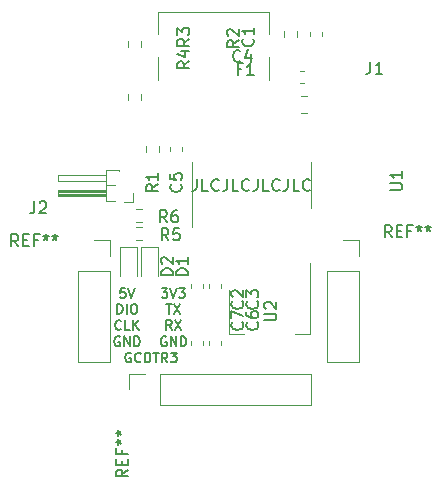
<source format=gbr>
%TF.GenerationSoftware,KiCad,Pcbnew,(5.1.9-0-10_14)*%
%TF.CreationDate,2021-02-02T14:33:23+08:00*%
%TF.ProjectId,WCH_Link,5743485f-4c69-46e6-9b2e-6b696361645f,rev?*%
%TF.SameCoordinates,Original*%
%TF.FileFunction,Legend,Top*%
%TF.FilePolarity,Positive*%
%FSLAX46Y46*%
G04 Gerber Fmt 4.6, Leading zero omitted, Abs format (unit mm)*
G04 Created by KiCad (PCBNEW (5.1.9-0-10_14)) date 2021-02-02 14:33:23*
%MOMM*%
%LPD*%
G01*
G04 APERTURE LIST*
%ADD10C,0.150000*%
%ADD11C,0.120000*%
G04 APERTURE END LIST*
D10*
X123396952Y-51014380D02*
X123396952Y-51728666D01*
X123349333Y-51871523D01*
X123254095Y-51966761D01*
X123111238Y-52014380D01*
X123016000Y-52014380D01*
X124349333Y-52014380D02*
X123873142Y-52014380D01*
X123873142Y-51014380D01*
X125254095Y-51919142D02*
X125206476Y-51966761D01*
X125063619Y-52014380D01*
X124968380Y-52014380D01*
X124825523Y-51966761D01*
X124730285Y-51871523D01*
X124682666Y-51776285D01*
X124635047Y-51585809D01*
X124635047Y-51442952D01*
X124682666Y-51252476D01*
X124730285Y-51157238D01*
X124825523Y-51062000D01*
X124968380Y-51014380D01*
X125063619Y-51014380D01*
X125206476Y-51062000D01*
X125254095Y-51109619D01*
X125968380Y-51014380D02*
X125968380Y-51728666D01*
X125920761Y-51871523D01*
X125825523Y-51966761D01*
X125682666Y-52014380D01*
X125587428Y-52014380D01*
X126920761Y-52014380D02*
X126444571Y-52014380D01*
X126444571Y-51014380D01*
X127825523Y-51919142D02*
X127777904Y-51966761D01*
X127635047Y-52014380D01*
X127539809Y-52014380D01*
X127396952Y-51966761D01*
X127301714Y-51871523D01*
X127254095Y-51776285D01*
X127206476Y-51585809D01*
X127206476Y-51442952D01*
X127254095Y-51252476D01*
X127301714Y-51157238D01*
X127396952Y-51062000D01*
X127539809Y-51014380D01*
X127635047Y-51014380D01*
X127777904Y-51062000D01*
X127825523Y-51109619D01*
X128539809Y-51014380D02*
X128539809Y-51728666D01*
X128492190Y-51871523D01*
X128396952Y-51966761D01*
X128254095Y-52014380D01*
X128158857Y-52014380D01*
X129492190Y-52014380D02*
X129016000Y-52014380D01*
X129016000Y-51014380D01*
X130396952Y-51919142D02*
X130349333Y-51966761D01*
X130206476Y-52014380D01*
X130111238Y-52014380D01*
X129968380Y-51966761D01*
X129873142Y-51871523D01*
X129825523Y-51776285D01*
X129777904Y-51585809D01*
X129777904Y-51442952D01*
X129825523Y-51252476D01*
X129873142Y-51157238D01*
X129968380Y-51062000D01*
X130111238Y-51014380D01*
X130206476Y-51014380D01*
X130349333Y-51062000D01*
X130396952Y-51109619D01*
X131111238Y-51014380D02*
X131111238Y-51728666D01*
X131063619Y-51871523D01*
X130968380Y-51966761D01*
X130825523Y-52014380D01*
X130730285Y-52014380D01*
X132063619Y-52014380D02*
X131587428Y-52014380D01*
X131587428Y-51014380D01*
X132968380Y-51919142D02*
X132920761Y-51966761D01*
X132777904Y-52014380D01*
X132682666Y-52014380D01*
X132539809Y-51966761D01*
X132444571Y-51871523D01*
X132396952Y-51776285D01*
X132349333Y-51585809D01*
X132349333Y-51442952D01*
X132396952Y-51252476D01*
X132444571Y-51157238D01*
X132539809Y-51062000D01*
X132682666Y-51014380D01*
X132777904Y-51014380D01*
X132920761Y-51062000D01*
X132968380Y-51109619D01*
X117803990Y-65760600D02*
X117726580Y-65721895D01*
X117610466Y-65721895D01*
X117494352Y-65760600D01*
X117416942Y-65838009D01*
X117378238Y-65915419D01*
X117339533Y-66070238D01*
X117339533Y-66186352D01*
X117378238Y-66341171D01*
X117416942Y-66418580D01*
X117494352Y-66495990D01*
X117610466Y-66534695D01*
X117687876Y-66534695D01*
X117803990Y-66495990D01*
X117842695Y-66457285D01*
X117842695Y-66186352D01*
X117687876Y-66186352D01*
X118655495Y-66457285D02*
X118616790Y-66495990D01*
X118500676Y-66534695D01*
X118423266Y-66534695D01*
X118307152Y-66495990D01*
X118229742Y-66418580D01*
X118191038Y-66341171D01*
X118152333Y-66186352D01*
X118152333Y-66070238D01*
X118191038Y-65915419D01*
X118229742Y-65838009D01*
X118307152Y-65760600D01*
X118423266Y-65721895D01*
X118500676Y-65721895D01*
X118616790Y-65760600D01*
X118655495Y-65799304D01*
X119003838Y-66534695D02*
X119003838Y-65721895D01*
X119197361Y-65721895D01*
X119313476Y-65760600D01*
X119390885Y-65838009D01*
X119429590Y-65915419D01*
X119468295Y-66070238D01*
X119468295Y-66186352D01*
X119429590Y-66341171D01*
X119390885Y-66418580D01*
X119313476Y-66495990D01*
X119197361Y-66534695D01*
X119003838Y-66534695D01*
X119700523Y-65721895D02*
X120164980Y-65721895D01*
X119932752Y-66534695D02*
X119932752Y-65721895D01*
X120900371Y-66534695D02*
X120629438Y-66147647D01*
X120435914Y-66534695D02*
X120435914Y-65721895D01*
X120745552Y-65721895D01*
X120822961Y-65760600D01*
X120861666Y-65799304D01*
X120900371Y-65876714D01*
X120900371Y-65992828D01*
X120861666Y-66070238D01*
X120822961Y-66108942D01*
X120745552Y-66147647D01*
X120435914Y-66147647D01*
X121171304Y-65721895D02*
X121674466Y-65721895D01*
X121403533Y-66031533D01*
X121519647Y-66031533D01*
X121597057Y-66070238D01*
X121635761Y-66108942D01*
X121674466Y-66186352D01*
X121674466Y-66379876D01*
X121635761Y-66457285D01*
X121597057Y-66495990D01*
X121519647Y-66534695D01*
X121287419Y-66534695D01*
X121210009Y-66495990D01*
X121171304Y-66457285D01*
X120405676Y-60239095D02*
X120908838Y-60239095D01*
X120637904Y-60548733D01*
X120754019Y-60548733D01*
X120831428Y-60587438D01*
X120870133Y-60626142D01*
X120908838Y-60703552D01*
X120908838Y-60897076D01*
X120870133Y-60974485D01*
X120831428Y-61013190D01*
X120754019Y-61051895D01*
X120521790Y-61051895D01*
X120444380Y-61013190D01*
X120405676Y-60974485D01*
X121141066Y-60239095D02*
X121412000Y-61051895D01*
X121682933Y-60239095D01*
X121876457Y-60239095D02*
X122379619Y-60239095D01*
X122108685Y-60548733D01*
X122224800Y-60548733D01*
X122302209Y-60587438D01*
X122340914Y-60626142D01*
X122379619Y-60703552D01*
X122379619Y-60897076D01*
X122340914Y-60974485D01*
X122302209Y-61013190D01*
X122224800Y-61051895D01*
X121992571Y-61051895D01*
X121915161Y-61013190D01*
X121876457Y-60974485D01*
X120792723Y-61608295D02*
X121257180Y-61608295D01*
X121024952Y-62421095D02*
X121024952Y-61608295D01*
X121450704Y-61608295D02*
X121992571Y-62421095D01*
X121992571Y-61608295D02*
X121450704Y-62421095D01*
X121276533Y-63790295D02*
X121005600Y-63403247D01*
X120812076Y-63790295D02*
X120812076Y-62977495D01*
X121121714Y-62977495D01*
X121199123Y-63016200D01*
X121237828Y-63054904D01*
X121276533Y-63132314D01*
X121276533Y-63248428D01*
X121237828Y-63325838D01*
X121199123Y-63364542D01*
X121121714Y-63403247D01*
X120812076Y-63403247D01*
X121547466Y-62977495D02*
X122089333Y-63790295D01*
X122089333Y-62977495D02*
X121547466Y-63790295D01*
X120792723Y-64385400D02*
X120715314Y-64346695D01*
X120599200Y-64346695D01*
X120483085Y-64385400D01*
X120405676Y-64462809D01*
X120366971Y-64540219D01*
X120328266Y-64695038D01*
X120328266Y-64811152D01*
X120366971Y-64965971D01*
X120405676Y-65043380D01*
X120483085Y-65120790D01*
X120599200Y-65159495D01*
X120676609Y-65159495D01*
X120792723Y-65120790D01*
X120831428Y-65082085D01*
X120831428Y-64811152D01*
X120676609Y-64811152D01*
X121179771Y-65159495D02*
X121179771Y-64346695D01*
X121644228Y-65159495D01*
X121644228Y-64346695D01*
X122031276Y-65159495D02*
X122031276Y-64346695D01*
X122224800Y-64346695D01*
X122340914Y-64385400D01*
X122418323Y-64462809D01*
X122457028Y-64540219D01*
X122495733Y-64695038D01*
X122495733Y-64811152D01*
X122457028Y-64965971D01*
X122418323Y-65043380D01*
X122340914Y-65120790D01*
X122224800Y-65159495D01*
X122031276Y-65159495D01*
X117320180Y-60239095D02*
X116933133Y-60239095D01*
X116894428Y-60626142D01*
X116933133Y-60587438D01*
X117010542Y-60548733D01*
X117204066Y-60548733D01*
X117281476Y-60587438D01*
X117320180Y-60626142D01*
X117358885Y-60703552D01*
X117358885Y-60897076D01*
X117320180Y-60974485D01*
X117281476Y-61013190D01*
X117204066Y-61051895D01*
X117010542Y-61051895D01*
X116933133Y-61013190D01*
X116894428Y-60974485D01*
X117591114Y-60239095D02*
X117862047Y-61051895D01*
X118132980Y-60239095D01*
X116642847Y-62421095D02*
X116642847Y-61608295D01*
X116836371Y-61608295D01*
X116952485Y-61647000D01*
X117029895Y-61724409D01*
X117068600Y-61801819D01*
X117107304Y-61956638D01*
X117107304Y-62072752D01*
X117068600Y-62227571D01*
X117029895Y-62304980D01*
X116952485Y-62382390D01*
X116836371Y-62421095D01*
X116642847Y-62421095D01*
X117455647Y-62421095D02*
X117455647Y-61608295D01*
X117997514Y-61608295D02*
X118152333Y-61608295D01*
X118229742Y-61647000D01*
X118307152Y-61724409D01*
X118345857Y-61879228D01*
X118345857Y-62150161D01*
X118307152Y-62304980D01*
X118229742Y-62382390D01*
X118152333Y-62421095D01*
X117997514Y-62421095D01*
X117920104Y-62382390D01*
X117842695Y-62304980D01*
X117803990Y-62150161D01*
X117803990Y-61879228D01*
X117842695Y-61724409D01*
X117920104Y-61647000D01*
X117997514Y-61608295D01*
X116991190Y-63712885D02*
X116952485Y-63751590D01*
X116836371Y-63790295D01*
X116758961Y-63790295D01*
X116642847Y-63751590D01*
X116565438Y-63674180D01*
X116526733Y-63596771D01*
X116488028Y-63441952D01*
X116488028Y-63325838D01*
X116526733Y-63171019D01*
X116565438Y-63093609D01*
X116642847Y-63016200D01*
X116758961Y-62977495D01*
X116836371Y-62977495D01*
X116952485Y-63016200D01*
X116991190Y-63054904D01*
X117726580Y-63790295D02*
X117339533Y-63790295D01*
X117339533Y-62977495D01*
X117997514Y-63790295D02*
X117997514Y-62977495D01*
X118461971Y-63790295D02*
X118113628Y-63325838D01*
X118461971Y-62977495D02*
X117997514Y-63441952D01*
X116855723Y-64385400D02*
X116778314Y-64346695D01*
X116662200Y-64346695D01*
X116546085Y-64385400D01*
X116468676Y-64462809D01*
X116429971Y-64540219D01*
X116391266Y-64695038D01*
X116391266Y-64811152D01*
X116429971Y-64965971D01*
X116468676Y-65043380D01*
X116546085Y-65120790D01*
X116662200Y-65159495D01*
X116739609Y-65159495D01*
X116855723Y-65120790D01*
X116894428Y-65082085D01*
X116894428Y-64811152D01*
X116739609Y-64811152D01*
X117242771Y-65159495D02*
X117242771Y-64346695D01*
X117707228Y-65159495D01*
X117707228Y-64346695D01*
X118094276Y-65159495D02*
X118094276Y-64346695D01*
X118287800Y-64346695D01*
X118403914Y-64385400D01*
X118481323Y-64462809D01*
X118520028Y-64540219D01*
X118558733Y-64695038D01*
X118558733Y-64811152D01*
X118520028Y-64965971D01*
X118481323Y-65043380D01*
X118403914Y-65120790D01*
X118287800Y-65159495D01*
X118094276Y-65159495D01*
D11*
%TO.C,REF\u002A\u002A*%
X120269000Y-70164000D02*
X120269000Y-67504000D01*
X120269000Y-70164000D02*
X133029000Y-70164000D01*
X133029000Y-70164000D02*
X133029000Y-67504000D01*
X120269000Y-67504000D02*
X133029000Y-67504000D01*
X117669000Y-67504000D02*
X118999000Y-67504000D01*
X117669000Y-68834000D02*
X117669000Y-67504000D01*
X113351000Y-58801000D02*
X116011000Y-58801000D01*
X113351000Y-58801000D02*
X113351000Y-66481000D01*
X113351000Y-66481000D02*
X116011000Y-66481000D01*
X116011000Y-58801000D02*
X116011000Y-66481000D01*
X116011000Y-56201000D02*
X116011000Y-57531000D01*
X114681000Y-56201000D02*
X116011000Y-56201000D01*
X134433000Y-58801000D02*
X137093000Y-58801000D01*
X134433000Y-58801000D02*
X134433000Y-66481000D01*
X134433000Y-66481000D02*
X137093000Y-66481000D01*
X137093000Y-58801000D02*
X137093000Y-66481000D01*
X137093000Y-56201000D02*
X137093000Y-57531000D01*
X135763000Y-56201000D02*
X137093000Y-56201000D01*
%TO.C,U2*%
X126130000Y-64140000D02*
X127390000Y-64140000D01*
X132950000Y-64140000D02*
X131690000Y-64140000D01*
X126130000Y-60380000D02*
X126130000Y-64140000D01*
X132950000Y-58130000D02*
X132950000Y-64140000D01*
%TO.C,U1*%
X133076000Y-51562000D02*
X133076000Y-49612000D01*
X133076000Y-51562000D02*
X133076000Y-53512000D01*
X122956000Y-51562000D02*
X122956000Y-49612000D01*
X122956000Y-51562000D02*
X122956000Y-55062000D01*
%TO.C,R6*%
X118236276Y-53579500D02*
X118745724Y-53579500D01*
X118236276Y-54624500D02*
X118745724Y-54624500D01*
%TO.C,R5*%
X118236276Y-55103500D02*
X118745724Y-55103500D01*
X118236276Y-56148500D02*
X118745724Y-56148500D01*
%TO.C,R4*%
X117587500Y-44323724D02*
X117587500Y-43814276D01*
X118632500Y-44323724D02*
X118632500Y-43814276D01*
%TO.C,R3*%
X118632500Y-39369276D02*
X118632500Y-39878724D01*
X117587500Y-39369276D02*
X117587500Y-39878724D01*
%TO.C,R2*%
X131840500Y-38480276D02*
X131840500Y-38989724D01*
X130795500Y-38480276D02*
X130795500Y-38989724D01*
%TO.C,R1*%
X120156500Y-48259276D02*
X120156500Y-48768724D01*
X119111500Y-48259276D02*
X119111500Y-48768724D01*
%TO.C,J2*%
X116461000Y-52892000D02*
X115661000Y-52892000D01*
X115661000Y-52892000D02*
X115661000Y-50232000D01*
X115661000Y-50232000D02*
X116781000Y-50232000D01*
X116781000Y-50232000D02*
X116781000Y-50307323D01*
X115661000Y-52457000D02*
X111661000Y-52457000D01*
X111661000Y-52457000D02*
X111661000Y-51937000D01*
X111661000Y-51937000D02*
X115661000Y-51937000D01*
X115661000Y-52397000D02*
X111661000Y-52397000D01*
X115661000Y-52277000D02*
X111661000Y-52277000D01*
X115661000Y-52157000D02*
X111661000Y-52157000D01*
X115661000Y-52037000D02*
X111661000Y-52037000D01*
X116461000Y-51562000D02*
X115661000Y-51562000D01*
X115661000Y-51187000D02*
X111661000Y-51187000D01*
X111661000Y-51187000D02*
X111661000Y-50667000D01*
X111661000Y-50667000D02*
X115661000Y-50667000D01*
X117981000Y-52197000D02*
X117981000Y-52957000D01*
X117981000Y-52957000D02*
X117221000Y-52957000D01*
%TO.C,J1*%
X129541000Y-38767000D02*
X129541000Y-36867000D01*
X129541000Y-42667000D02*
X129541000Y-40667000D01*
X120141000Y-38767000D02*
X120141000Y-36867000D01*
X120141000Y-42667000D02*
X120141000Y-40667000D01*
X129541000Y-36867000D02*
X120141000Y-36867000D01*
%TO.C,F1*%
X132722252Y-45414000D02*
X132199748Y-45414000D01*
X132722252Y-43994000D02*
X132199748Y-43994000D01*
%TO.C,D2*%
X118337000Y-59220000D02*
X118337000Y-56760000D01*
X118337000Y-56760000D02*
X116867000Y-56760000D01*
X116867000Y-56760000D02*
X116867000Y-59220000D01*
%TO.C,D1*%
X120115000Y-59220000D02*
X120115000Y-56760000D01*
X120115000Y-56760000D02*
X118645000Y-56760000D01*
X118645000Y-56760000D02*
X118645000Y-59220000D01*
%TO.C,C7*%
X123954000Y-64725733D02*
X123954000Y-65068267D01*
X122934000Y-64725733D02*
X122934000Y-65068267D01*
%TO.C,C6*%
X125478000Y-64725733D02*
X125478000Y-65068267D01*
X124458000Y-64725733D02*
X124458000Y-65068267D01*
%TO.C,C5*%
X121156000Y-48685267D02*
X121156000Y-48342733D01*
X122176000Y-48685267D02*
X122176000Y-48342733D01*
%TO.C,C4*%
X132505267Y-42928000D02*
X132162733Y-42928000D01*
X132505267Y-41908000D02*
X132162733Y-41908000D01*
%TO.C,C3*%
X125478000Y-59913733D02*
X125478000Y-60256267D01*
X124458000Y-59913733D02*
X124458000Y-60256267D01*
%TO.C,C2*%
X123954000Y-59899733D02*
X123954000Y-60242267D01*
X122934000Y-59899733D02*
X122934000Y-60242267D01*
%TO.C,C1*%
X133987000Y-38563733D02*
X133987000Y-38906267D01*
X132967000Y-38563733D02*
X132967000Y-38906267D01*
%TO.C,REF\u002A\u002A*%
D10*
X117546380Y-75628333D02*
X117070190Y-75961666D01*
X117546380Y-76199761D02*
X116546380Y-76199761D01*
X116546380Y-75818809D01*
X116594000Y-75723571D01*
X116641619Y-75675952D01*
X116736857Y-75628333D01*
X116879714Y-75628333D01*
X116974952Y-75675952D01*
X117022571Y-75723571D01*
X117070190Y-75818809D01*
X117070190Y-76199761D01*
X117022571Y-75199761D02*
X117022571Y-74866428D01*
X117546380Y-74723571D02*
X117546380Y-75199761D01*
X116546380Y-75199761D01*
X116546380Y-74723571D01*
X117022571Y-73961666D02*
X117022571Y-74295000D01*
X117546380Y-74295000D02*
X116546380Y-74295000D01*
X116546380Y-73818809D01*
X116546380Y-73295000D02*
X116784476Y-73295000D01*
X116689238Y-73533095D02*
X116784476Y-73295000D01*
X116689238Y-73056904D01*
X116974952Y-73437857D02*
X116784476Y-73295000D01*
X116974952Y-73152142D01*
X116546380Y-72533095D02*
X116784476Y-72533095D01*
X116689238Y-72771190D02*
X116784476Y-72533095D01*
X116689238Y-72295000D01*
X116974952Y-72675952D02*
X116784476Y-72533095D01*
X116974952Y-72390238D01*
X108267666Y-56713380D02*
X107934333Y-56237190D01*
X107696238Y-56713380D02*
X107696238Y-55713380D01*
X108077190Y-55713380D01*
X108172428Y-55761000D01*
X108220047Y-55808619D01*
X108267666Y-55903857D01*
X108267666Y-56046714D01*
X108220047Y-56141952D01*
X108172428Y-56189571D01*
X108077190Y-56237190D01*
X107696238Y-56237190D01*
X108696238Y-56189571D02*
X109029571Y-56189571D01*
X109172428Y-56713380D02*
X108696238Y-56713380D01*
X108696238Y-55713380D01*
X109172428Y-55713380D01*
X109934333Y-56189571D02*
X109601000Y-56189571D01*
X109601000Y-56713380D02*
X109601000Y-55713380D01*
X110077190Y-55713380D01*
X110601000Y-55713380D02*
X110601000Y-55951476D01*
X110362904Y-55856238D02*
X110601000Y-55951476D01*
X110839095Y-55856238D01*
X110458142Y-56141952D02*
X110601000Y-55951476D01*
X110743857Y-56141952D01*
X111362904Y-55713380D02*
X111362904Y-55951476D01*
X111124809Y-55856238D02*
X111362904Y-55951476D01*
X111601000Y-55856238D01*
X111220047Y-56141952D02*
X111362904Y-55951476D01*
X111505761Y-56141952D01*
X139890666Y-55951380D02*
X139557333Y-55475190D01*
X139319238Y-55951380D02*
X139319238Y-54951380D01*
X139700190Y-54951380D01*
X139795428Y-54999000D01*
X139843047Y-55046619D01*
X139890666Y-55141857D01*
X139890666Y-55284714D01*
X139843047Y-55379952D01*
X139795428Y-55427571D01*
X139700190Y-55475190D01*
X139319238Y-55475190D01*
X140319238Y-55427571D02*
X140652571Y-55427571D01*
X140795428Y-55951380D02*
X140319238Y-55951380D01*
X140319238Y-54951380D01*
X140795428Y-54951380D01*
X141557333Y-55427571D02*
X141224000Y-55427571D01*
X141224000Y-55951380D02*
X141224000Y-54951380D01*
X141700190Y-54951380D01*
X142224000Y-54951380D02*
X142224000Y-55189476D01*
X141985904Y-55094238D02*
X142224000Y-55189476D01*
X142462095Y-55094238D01*
X142081142Y-55379952D02*
X142224000Y-55189476D01*
X142366857Y-55379952D01*
X142985904Y-54951380D02*
X142985904Y-55189476D01*
X142747809Y-55094238D02*
X142985904Y-55189476D01*
X143224000Y-55094238D01*
X142843047Y-55379952D02*
X142985904Y-55189476D01*
X143128761Y-55379952D01*
%TO.C,U2*%
X129119380Y-62991904D02*
X129928904Y-62991904D01*
X130024142Y-62944285D01*
X130071761Y-62896666D01*
X130119380Y-62801428D01*
X130119380Y-62610952D01*
X130071761Y-62515714D01*
X130024142Y-62468095D01*
X129928904Y-62420476D01*
X129119380Y-62420476D01*
X129214619Y-61991904D02*
X129167000Y-61944285D01*
X129119380Y-61849047D01*
X129119380Y-61610952D01*
X129167000Y-61515714D01*
X129214619Y-61468095D01*
X129309857Y-61420476D01*
X129405095Y-61420476D01*
X129547952Y-61468095D01*
X130119380Y-62039523D01*
X130119380Y-61420476D01*
%TO.C,U1*%
X139787380Y-51942904D02*
X140596904Y-51942904D01*
X140692142Y-51895285D01*
X140739761Y-51847666D01*
X140787380Y-51752428D01*
X140787380Y-51561952D01*
X140739761Y-51466714D01*
X140692142Y-51419095D01*
X140596904Y-51371476D01*
X139787380Y-51371476D01*
X140787380Y-50371476D02*
X140787380Y-50942904D01*
X140787380Y-50657190D02*
X139787380Y-50657190D01*
X139930238Y-50752428D01*
X140025476Y-50847666D01*
X140073095Y-50942904D01*
%TO.C,R6*%
X120864333Y-54681380D02*
X120531000Y-54205190D01*
X120292904Y-54681380D02*
X120292904Y-53681380D01*
X120673857Y-53681380D01*
X120769095Y-53729000D01*
X120816714Y-53776619D01*
X120864333Y-53871857D01*
X120864333Y-54014714D01*
X120816714Y-54109952D01*
X120769095Y-54157571D01*
X120673857Y-54205190D01*
X120292904Y-54205190D01*
X121721476Y-53681380D02*
X121531000Y-53681380D01*
X121435761Y-53729000D01*
X121388142Y-53776619D01*
X121292904Y-53919476D01*
X121245285Y-54109952D01*
X121245285Y-54490904D01*
X121292904Y-54586142D01*
X121340523Y-54633761D01*
X121435761Y-54681380D01*
X121626238Y-54681380D01*
X121721476Y-54633761D01*
X121769095Y-54586142D01*
X121816714Y-54490904D01*
X121816714Y-54252809D01*
X121769095Y-54157571D01*
X121721476Y-54109952D01*
X121626238Y-54062333D01*
X121435761Y-54062333D01*
X121340523Y-54109952D01*
X121292904Y-54157571D01*
X121245285Y-54252809D01*
%TO.C,R5*%
X120991333Y-56205380D02*
X120658000Y-55729190D01*
X120419904Y-56205380D02*
X120419904Y-55205380D01*
X120800857Y-55205380D01*
X120896095Y-55253000D01*
X120943714Y-55300619D01*
X120991333Y-55395857D01*
X120991333Y-55538714D01*
X120943714Y-55633952D01*
X120896095Y-55681571D01*
X120800857Y-55729190D01*
X120419904Y-55729190D01*
X121896095Y-55205380D02*
X121419904Y-55205380D01*
X121372285Y-55681571D01*
X121419904Y-55633952D01*
X121515142Y-55586333D01*
X121753238Y-55586333D01*
X121848476Y-55633952D01*
X121896095Y-55681571D01*
X121943714Y-55776809D01*
X121943714Y-56014904D01*
X121896095Y-56110142D01*
X121848476Y-56157761D01*
X121753238Y-56205380D01*
X121515142Y-56205380D01*
X121419904Y-56157761D01*
X121372285Y-56110142D01*
%TO.C,R4*%
X122753380Y-41060666D02*
X122277190Y-41394000D01*
X122753380Y-41632095D02*
X121753380Y-41632095D01*
X121753380Y-41251142D01*
X121801000Y-41155904D01*
X121848619Y-41108285D01*
X121943857Y-41060666D01*
X122086714Y-41060666D01*
X122181952Y-41108285D01*
X122229571Y-41155904D01*
X122277190Y-41251142D01*
X122277190Y-41632095D01*
X122086714Y-40203523D02*
X122753380Y-40203523D01*
X121705761Y-40441619D02*
X122420047Y-40679714D01*
X122420047Y-40060666D01*
%TO.C,R3*%
X122753380Y-39155666D02*
X122277190Y-39489000D01*
X122753380Y-39727095D02*
X121753380Y-39727095D01*
X121753380Y-39346142D01*
X121801000Y-39250904D01*
X121848619Y-39203285D01*
X121943857Y-39155666D01*
X122086714Y-39155666D01*
X122181952Y-39203285D01*
X122229571Y-39250904D01*
X122277190Y-39346142D01*
X122277190Y-39727095D01*
X121753380Y-38822333D02*
X121753380Y-38203285D01*
X122134333Y-38536619D01*
X122134333Y-38393761D01*
X122181952Y-38298523D01*
X122229571Y-38250904D01*
X122324809Y-38203285D01*
X122562904Y-38203285D01*
X122658142Y-38250904D01*
X122705761Y-38298523D01*
X122753380Y-38393761D01*
X122753380Y-38679476D01*
X122705761Y-38774714D01*
X122658142Y-38822333D01*
%TO.C,R2*%
X126944380Y-39282666D02*
X126468190Y-39616000D01*
X126944380Y-39854095D02*
X125944380Y-39854095D01*
X125944380Y-39473142D01*
X125992000Y-39377904D01*
X126039619Y-39330285D01*
X126134857Y-39282666D01*
X126277714Y-39282666D01*
X126372952Y-39330285D01*
X126420571Y-39377904D01*
X126468190Y-39473142D01*
X126468190Y-39854095D01*
X126039619Y-38901714D02*
X125992000Y-38854095D01*
X125944380Y-38758857D01*
X125944380Y-38520761D01*
X125992000Y-38425523D01*
X126039619Y-38377904D01*
X126134857Y-38330285D01*
X126230095Y-38330285D01*
X126372952Y-38377904D01*
X126944380Y-38949333D01*
X126944380Y-38330285D01*
%TO.C,R1*%
X120086380Y-51474666D02*
X119610190Y-51808000D01*
X120086380Y-52046095D02*
X119086380Y-52046095D01*
X119086380Y-51665142D01*
X119134000Y-51569904D01*
X119181619Y-51522285D01*
X119276857Y-51474666D01*
X119419714Y-51474666D01*
X119514952Y-51522285D01*
X119562571Y-51569904D01*
X119610190Y-51665142D01*
X119610190Y-52046095D01*
X120086380Y-50522285D02*
X120086380Y-51093714D01*
X120086380Y-50808000D02*
X119086380Y-50808000D01*
X119229238Y-50903238D01*
X119324476Y-50998476D01*
X119372095Y-51093714D01*
%TO.C,J2*%
X109648666Y-52919380D02*
X109648666Y-53633666D01*
X109601047Y-53776523D01*
X109505809Y-53871761D01*
X109362952Y-53919380D01*
X109267714Y-53919380D01*
X110077238Y-53014619D02*
X110124857Y-52967000D01*
X110220095Y-52919380D01*
X110458190Y-52919380D01*
X110553428Y-52967000D01*
X110601047Y-53014619D01*
X110648666Y-53109857D01*
X110648666Y-53205095D01*
X110601047Y-53347952D01*
X110029619Y-53919380D01*
X110648666Y-53919380D01*
%TO.C,J1*%
X138096666Y-41108380D02*
X138096666Y-41822666D01*
X138049047Y-41965523D01*
X137953809Y-42060761D01*
X137810952Y-42108380D01*
X137715714Y-42108380D01*
X139096666Y-42108380D02*
X138525238Y-42108380D01*
X138810952Y-42108380D02*
X138810952Y-41108380D01*
X138715714Y-41251238D01*
X138620476Y-41346476D01*
X138525238Y-41394095D01*
%TO.C,F1*%
X127174666Y-41711571D02*
X126841333Y-41711571D01*
X126841333Y-42235380D02*
X126841333Y-41235380D01*
X127317523Y-41235380D01*
X128222285Y-42235380D02*
X127650857Y-42235380D01*
X127936571Y-42235380D02*
X127936571Y-41235380D01*
X127841333Y-41378238D01*
X127746095Y-41473476D01*
X127650857Y-41521095D01*
%TO.C,D2*%
X121356380Y-59158095D02*
X120356380Y-59158095D01*
X120356380Y-58920000D01*
X120404000Y-58777142D01*
X120499238Y-58681904D01*
X120594476Y-58634285D01*
X120784952Y-58586666D01*
X120927809Y-58586666D01*
X121118285Y-58634285D01*
X121213523Y-58681904D01*
X121308761Y-58777142D01*
X121356380Y-58920000D01*
X121356380Y-59158095D01*
X120451619Y-58205714D02*
X120404000Y-58158095D01*
X120356380Y-58062857D01*
X120356380Y-57824761D01*
X120404000Y-57729523D01*
X120451619Y-57681904D01*
X120546857Y-57634285D01*
X120642095Y-57634285D01*
X120784952Y-57681904D01*
X121356380Y-58253333D01*
X121356380Y-57634285D01*
%TO.C,D1*%
X122626380Y-59158095D02*
X121626380Y-59158095D01*
X121626380Y-58920000D01*
X121674000Y-58777142D01*
X121769238Y-58681904D01*
X121864476Y-58634285D01*
X122054952Y-58586666D01*
X122197809Y-58586666D01*
X122388285Y-58634285D01*
X122483523Y-58681904D01*
X122578761Y-58777142D01*
X122626380Y-58920000D01*
X122626380Y-59158095D01*
X122626380Y-57634285D02*
X122626380Y-58205714D01*
X122626380Y-57920000D02*
X121626380Y-57920000D01*
X121769238Y-58015238D01*
X121864476Y-58110476D01*
X121912095Y-58205714D01*
%TO.C,C7*%
X127230142Y-63158666D02*
X127277761Y-63206285D01*
X127325380Y-63349142D01*
X127325380Y-63444380D01*
X127277761Y-63587238D01*
X127182523Y-63682476D01*
X127087285Y-63730095D01*
X126896809Y-63777714D01*
X126753952Y-63777714D01*
X126563476Y-63730095D01*
X126468238Y-63682476D01*
X126373000Y-63587238D01*
X126325380Y-63444380D01*
X126325380Y-63349142D01*
X126373000Y-63206285D01*
X126420619Y-63158666D01*
X126325380Y-62825333D02*
X126325380Y-62158666D01*
X127325380Y-62587238D01*
%TO.C,C6*%
X128500142Y-63158666D02*
X128547761Y-63206285D01*
X128595380Y-63349142D01*
X128595380Y-63444380D01*
X128547761Y-63587238D01*
X128452523Y-63682476D01*
X128357285Y-63730095D01*
X128166809Y-63777714D01*
X128023952Y-63777714D01*
X127833476Y-63730095D01*
X127738238Y-63682476D01*
X127643000Y-63587238D01*
X127595380Y-63444380D01*
X127595380Y-63349142D01*
X127643000Y-63206285D01*
X127690619Y-63158666D01*
X127595380Y-62301523D02*
X127595380Y-62492000D01*
X127643000Y-62587238D01*
X127690619Y-62634857D01*
X127833476Y-62730095D01*
X128023952Y-62777714D01*
X128404904Y-62777714D01*
X128500142Y-62730095D01*
X128547761Y-62682476D01*
X128595380Y-62587238D01*
X128595380Y-62396761D01*
X128547761Y-62301523D01*
X128500142Y-62253904D01*
X128404904Y-62206285D01*
X128166809Y-62206285D01*
X128071571Y-62253904D01*
X128023952Y-62301523D01*
X127976333Y-62396761D01*
X127976333Y-62587238D01*
X128023952Y-62682476D01*
X128071571Y-62730095D01*
X128166809Y-62777714D01*
%TO.C,C5*%
X122023142Y-51474666D02*
X122070761Y-51522285D01*
X122118380Y-51665142D01*
X122118380Y-51760380D01*
X122070761Y-51903238D01*
X121975523Y-51998476D01*
X121880285Y-52046095D01*
X121689809Y-52093714D01*
X121546952Y-52093714D01*
X121356476Y-52046095D01*
X121261238Y-51998476D01*
X121166000Y-51903238D01*
X121118380Y-51760380D01*
X121118380Y-51665142D01*
X121166000Y-51522285D01*
X121213619Y-51474666D01*
X121118380Y-50569904D02*
X121118380Y-51046095D01*
X121594571Y-51093714D01*
X121546952Y-51046095D01*
X121499333Y-50950857D01*
X121499333Y-50712761D01*
X121546952Y-50617523D01*
X121594571Y-50569904D01*
X121689809Y-50522285D01*
X121927904Y-50522285D01*
X122023142Y-50569904D01*
X122070761Y-50617523D01*
X122118380Y-50712761D01*
X122118380Y-50950857D01*
X122070761Y-51046095D01*
X122023142Y-51093714D01*
%TO.C,C4*%
X127087333Y-40997142D02*
X127039714Y-41044761D01*
X126896857Y-41092380D01*
X126801619Y-41092380D01*
X126658761Y-41044761D01*
X126563523Y-40949523D01*
X126515904Y-40854285D01*
X126468285Y-40663809D01*
X126468285Y-40520952D01*
X126515904Y-40330476D01*
X126563523Y-40235238D01*
X126658761Y-40140000D01*
X126801619Y-40092380D01*
X126896857Y-40092380D01*
X127039714Y-40140000D01*
X127087333Y-40187619D01*
X127944476Y-40425714D02*
X127944476Y-41092380D01*
X127706380Y-40044761D02*
X127468285Y-40759047D01*
X128087333Y-40759047D01*
%TO.C,C3*%
X128500142Y-61380666D02*
X128547761Y-61428285D01*
X128595380Y-61571142D01*
X128595380Y-61666380D01*
X128547761Y-61809238D01*
X128452523Y-61904476D01*
X128357285Y-61952095D01*
X128166809Y-61999714D01*
X128023952Y-61999714D01*
X127833476Y-61952095D01*
X127738238Y-61904476D01*
X127643000Y-61809238D01*
X127595380Y-61666380D01*
X127595380Y-61571142D01*
X127643000Y-61428285D01*
X127690619Y-61380666D01*
X127595380Y-61047333D02*
X127595380Y-60428285D01*
X127976333Y-60761619D01*
X127976333Y-60618761D01*
X128023952Y-60523523D01*
X128071571Y-60475904D01*
X128166809Y-60428285D01*
X128404904Y-60428285D01*
X128500142Y-60475904D01*
X128547761Y-60523523D01*
X128595380Y-60618761D01*
X128595380Y-60904476D01*
X128547761Y-60999714D01*
X128500142Y-61047333D01*
%TO.C,C2*%
X127230142Y-61380666D02*
X127277761Y-61428285D01*
X127325380Y-61571142D01*
X127325380Y-61666380D01*
X127277761Y-61809238D01*
X127182523Y-61904476D01*
X127087285Y-61952095D01*
X126896809Y-61999714D01*
X126753952Y-61999714D01*
X126563476Y-61952095D01*
X126468238Y-61904476D01*
X126373000Y-61809238D01*
X126325380Y-61666380D01*
X126325380Y-61571142D01*
X126373000Y-61428285D01*
X126420619Y-61380666D01*
X126420619Y-60999714D02*
X126373000Y-60952095D01*
X126325380Y-60856857D01*
X126325380Y-60618761D01*
X126373000Y-60523523D01*
X126420619Y-60475904D01*
X126515857Y-60428285D01*
X126611095Y-60428285D01*
X126753952Y-60475904D01*
X127325380Y-61047333D01*
X127325380Y-60428285D01*
%TO.C,C1*%
X128119142Y-39155666D02*
X128166761Y-39203285D01*
X128214380Y-39346142D01*
X128214380Y-39441380D01*
X128166761Y-39584238D01*
X128071523Y-39679476D01*
X127976285Y-39727095D01*
X127785809Y-39774714D01*
X127642952Y-39774714D01*
X127452476Y-39727095D01*
X127357238Y-39679476D01*
X127262000Y-39584238D01*
X127214380Y-39441380D01*
X127214380Y-39346142D01*
X127262000Y-39203285D01*
X127309619Y-39155666D01*
X128214380Y-38203285D02*
X128214380Y-38774714D01*
X128214380Y-38489000D02*
X127214380Y-38489000D01*
X127357238Y-38584238D01*
X127452476Y-38679476D01*
X127500095Y-38774714D01*
%TD*%
M02*

</source>
